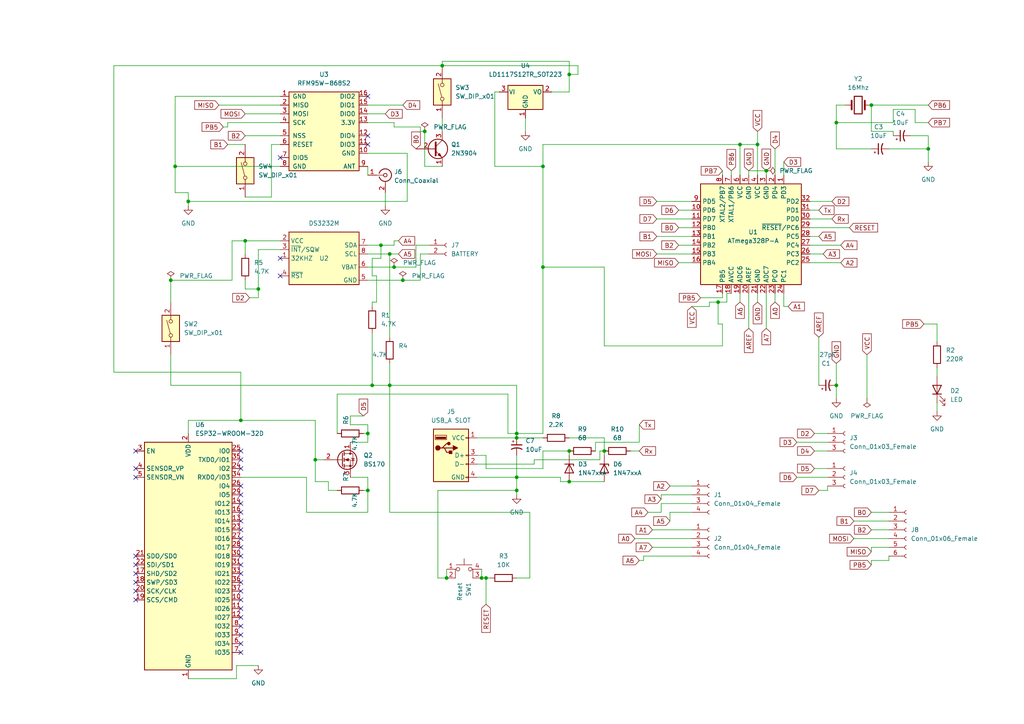
<source format=kicad_sch>
(kicad_sch (version 20211123) (generator eeschema)
  (paper "A4")
  (lib_symbols
    (symbol "Connector:Conn_01x02_Female" (pin_names (offset 1.016) hide)
      (property "Reference" "J" (at 0 2.54 0))
      (property "Value" "Conn_01x02_Female" (at 0 -5.08 0))
      (symbol "Conn_01x02_Female_1_1"
        (pin passive line (at -5.08 0 0) (length 3.81) (name "Pin_1") (number "1"))
        (pin passive line (at -5.08 -2.54 0) (length 3.81) (name "Pin_2") (number "2"))
      )
    )
    (symbol "Connector:Conn_01x03_Female" (pin_names (offset 1.016) hide)
      (property "Reference" "J" (at 0 5.08 0))
      (property "Value" "Conn_01x03_Female" (at 0 -5.08 0))
      (symbol "Conn_01x03_Female_1_1"
        (pin passive line (at -5.08 2.54 0) (length 3.81) (name "Pin_1") (number "1"))
        (pin passive line (at -5.08 0 0) (length 3.81) (name "Pin_2") (number "2"))
        (pin passive line (at -5.08 -2.54 0) (length 3.81) (name "Pin_3") (number "3"))
      )
    )
    (symbol "Connector:Conn_01x04_Female" (pin_names (offset 1.016) hide)
      (property "Reference" "J" (at 0 5.08 0))
      (property "Value" "Conn_01x04_Female" (at 0 -7.62 0))
      (symbol "Conn_01x04_Female_1_1"
        (pin passive line (at -5.08 2.54 0) (length 3.81) (name "Pin_1") (number "1"))
        (pin passive line (at -5.08 0 0) (length 3.81) (name "Pin_2") (number "2"))
        (pin passive line (at -5.08 -2.54 0) (length 3.81) (name "Pin_3") (number "3"))
        (pin passive line (at -5.08 -5.08 0) (length 3.81) (name "Pin_4") (number "4"))
      )
    )
    (symbol "Connector:Conn_01x06_Female" (pin_names (offset 1.016) hide)
      (property "Reference" "J" (at 0 7.62 0))
      (property "Value" "Conn_01x06_Female" (at 0 -10.16 0))
      (symbol "Conn_01x06_Female_1_1"
        (pin passive line (at -5.08 5.08 0) (length 3.81) (name "Pin_1") (number "1"))
        (pin passive line (at -5.08 2.54 0) (length 3.81) (name "Pin_2") (number "2"))
        (pin passive line (at -5.08 0 0) (length 3.81) (name "Pin_3") (number "3"))
        (pin passive line (at -5.08 -2.54 0) (length 3.81) (name "Pin_4") (number "4"))
        (pin passive line (at -5.08 -5.08 0) (length 3.81) (name "Pin_5") (number "5"))
        (pin passive line (at -5.08 -7.62 0) (length 3.81) (name "Pin_6") (number "6"))
      )
    )
    (symbol "Connector:Conn_Coaxial" (pin_names (offset 1.016) hide)
      (property "Reference" "J" (at 0.254 3.048 0))
      (property "Value" "Conn_Coaxial" (at 2.921 0 90))
      (symbol "Conn_Coaxial_1_1"
        (pin passive line (at -5.08 0 0) (length 2.54) (name "In") (number "1"))
        (pin passive line (at 0 -5.08 90) (length 2.54) (name "Ext") (number "2"))
      )
    )
    (symbol "Device:C_Polarized_Small_US" (pin_numbers hide) (pin_names (offset 0.254) hide)
      (property "Reference" "C" (at 0.254 1.778 0))
      (property "Value" "C_Polarized_Small_US" (at 0.254 -2.032 0))
      (symbol "C_Polarized_Small_US_1_1"
        (pin passive line (at 0 2.54 270) (length 2.032) (name "~") (number "1"))
        (pin passive line (at 0 -2.54 90) (length 2.032) (name "~") (number "2"))
      )
    )
    (symbol "Device:Crystal" (pin_numbers hide) (pin_names (offset 1.016) hide)
      (property "Reference" "Y" (at 0 3.81 0))
      (property "Value" "Crystal" (at 0 -3.81 0))
      (symbol "Crystal_1_1"
        (pin passive line (at -3.81 0 0) (length 1.27) (name "1") (number "1"))
        (pin passive line (at 3.81 0 180) (length 1.27) (name "2") (number "2"))
      )
    )
    (symbol "Device:LED" (pin_numbers hide) (pin_names (offset 1.016) hide)
      (property "Reference" "D" (at 0 2.54 0))
      (property "Value" "LED" (at 0 -2.54 0))
      (symbol "LED_1_1"
        (pin passive line (at -3.81 0 0) (length 2.54) (name "K") (number "1"))
        (pin passive line (at 3.81 0 180) (length 2.54) (name "A") (number "2"))
      )
    )
    (symbol "Device:R" (pin_numbers hide) (pin_names (offset 0))
      (property "Reference" "R" (at 2.032 0 90))
      (property "Value" "R" (at 0 0 90))
      (symbol "R_1_1"
        (pin passive line (at 0 3.81 270) (length 1.27) (name "~") (number "1"))
        (pin passive line (at 0 -3.81 90) (length 1.27) (name "~") (number "2"))
      )
    )
    (symbol "Diode:1N47xxA" (pin_numbers hide) (pin_names hide)
      (property "Reference" "D" (at 0 2.54 0))
      (property "Value" "1N47xxA" (at 0 -2.54 0))
      (symbol "1N47xxA_1_1"
        (pin passive line (at -3.81 0 0) (length 2.54) (name "K") (number "1"))
        (pin passive line (at 3.81 0 180) (length 2.54) (name "A") (number "2"))
      )
    )
    (symbol "MCU_Microchip_ATmega:ATmega328P-A"
      (property "Reference" "U" (at -12.7 36.83 0))
      (property "Value" "ATmega328P-A" (at 2.54 -36.83 0))
      (symbol "ATmega328P-A_1_1"
        (pin bidirectional line (at 5.08 -3.81 270) (length 2.54) (name "PD3") (number "1"))
        (pin bidirectional line (at -21.59 -13.97 0) (length 2.54) (name "PD6") (number "10"))
        (pin bidirectional line (at -21.59 -16.51 0) (length 2.54) (name "PD7") (number "11"))
        (pin bidirectional line (at -21.59 -19.05 0) (length 2.54) (name "PB0") (number "12"))
        (pin bidirectional line (at -21.59 -21.59 0) (length 2.54) (name "PB1") (number "13"))
        (pin bidirectional line (at -21.59 -24.13 0) (length 2.54) (name "PB2") (number "14"))
        (pin bidirectional line (at -21.59 -26.67 0) (length 2.54) (name "PB3") (number "15"))
        (pin bidirectional line (at -21.59 -29.21 0) (length 2.54) (name "PB4") (number "16"))
        (pin bidirectional line (at -12.7 -38.1 90) (length 2.54) (name "PB5") (number "17"))
        (pin power_in line (at -10.16 -38.1 90) (length 2.54) (name "AVCC") (number "18"))
        (pin input line (at -7.62 -38.1 90) (length 2.54) (name "ADC6") (number "19"))
        (pin bidirectional line (at 2.54 -3.81 270) (length 2.54) (name "PD4") (number "2"))
        (pin passive line (at -5.08 -38.1 90) (length 2.54) (name "AREF") (number "20"))
        (pin passive line (at -5.08 -3.81 270) (length 2.54) hide (name "GND") (number "21"))
        (pin power_in line (at -2.54 -38.1 90) (length 2.54) (name "GND") (number "21"))
        (pin input line (at 0 -38.1 90) (length 2.54) (name "ADC7") (number "22"))
        (pin bidirectional line (at 2.54 -38.1 90) (length 2.54) (name "PC0") (number "23"))
        (pin bidirectional line (at 5.08 -38.1 90) (length 2.54) (name "PC1") (number "24"))
        (pin bidirectional line (at 12.7 -29.21 180) (length 2.54) (name "PC2") (number "25"))
        (pin bidirectional line (at 12.7 -26.67 180) (length 2.54) (name "PC3") (number "26"))
        (pin bidirectional line (at 12.7 -24.13 180) (length 2.54) (name "PC4") (number "27"))
        (pin bidirectional line (at 12.7 -21.59 180) (length 2.54) (name "PC5") (number "28"))
        (pin bidirectional line (at 12.7 -19.05 180) (length 2.54) (name "~{RESET}/PC6") (number "29"))
        (pin power_in line (at 0 -3.81 270) (length 2.54) (name "GND") (number "3"))
        (pin bidirectional line (at 12.7 -16.51 180) (length 2.54) (name "PD0") (number "30"))
        (pin bidirectional line (at 12.7 -13.97 180) (length 2.54) (name "PD1") (number "31"))
        (pin bidirectional line (at 12.7 -11.43 180) (length 2.54) (name "PD2") (number "32"))
        (pin power_in line (at -2.54 -3.81 270) (length 2.54) (name "VCC") (number "4"))
        (pin power_in line (at -5.08 -3.81 270) (length 2.54) (name "GND") (number "5"))
        (pin passive line (at -2.54 -38.1 90) (length 2.54) hide (name "GND") (number "5"))
        (pin passive line (at -7.62 -3.81 270) (length 2.54) hide (name "VCC") (number "6"))
        (pin power_in line (at -7.62 -3.81 270) (length 2.54) (name "VCC") (number "6"))
        (pin bidirectional line (at -10.16 -3.81 270) (length 2.54) (name "XTAL1/PB6") (number "7"))
        (pin bidirectional line (at -12.7 -3.81 270) (length 2.54) (name "XTAL2/PB7") (number "8"))
        (pin bidirectional line (at -21.59 -11.43 0) (length 2.54) (name "PD5") (number "9"))
      )
    )
    (symbol "RF_Module:ESP32-WROOM-32D"
      (property "Reference" "U" (at -12.7 34.29 0))
      (property "Value" "ESP32-WROOM-32D" (at 1.27 34.29 0))
      (symbol "ESP32-WROOM-32D_1_1"
        (pin power_in line (at 0 -35.56 90) (length 2.54) (name "GND") (number "1"))
        (pin bidirectional line (at 15.24 -12.7 180) (length 2.54) (name "IO25") (number "10"))
        (pin bidirectional line (at 15.24 -15.24 180) (length 2.54) (name "IO26") (number "11"))
        (pin bidirectional line (at 15.24 -17.78 180) (length 2.54) (name "IO27") (number "12"))
        (pin bidirectional line (at 15.24 10.16 180) (length 2.54) (name "IO14") (number "13"))
        (pin bidirectional line (at 15.24 15.24 180) (length 2.54) (name "IO12") (number "14"))
        (pin passive line (at 0 -35.56 90) (length 2.54) hide (name "GND") (number "15"))
        (pin bidirectional line (at 15.24 12.7 180) (length 2.54) (name "IO13") (number "16"))
        (pin bidirectional line (at -15.24 -5.08 0) (length 2.54) (name "SHD/SD2") (number "17"))
        (pin bidirectional line (at -15.24 -7.62 0) (length 2.54) (name "SWP/SD3") (number "18"))
        (pin bidirectional line (at -15.24 -12.7 0) (length 2.54) (name "SCS/CMD") (number "19"))
        (pin power_in line (at 0 35.56 270) (length 2.54) (name "VDD") (number "2"))
        (pin bidirectional line (at -15.24 -10.16 0) (length 2.54) (name "SCK/CLK") (number "20"))
        (pin bidirectional line (at -15.24 0 0) (length 2.54) (name "SDO/SD0") (number "21"))
        (pin bidirectional line (at -15.24 -2.54 0) (length 2.54) (name "SDI/SD1") (number "22"))
        (pin bidirectional line (at 15.24 7.62 180) (length 2.54) (name "IO15") (number "23"))
        (pin bidirectional line (at 15.24 25.4 180) (length 2.54) (name "IO2") (number "24"))
        (pin bidirectional line (at 15.24 30.48 180) (length 2.54) (name "IO0") (number "25"))
        (pin bidirectional line (at 15.24 20.32 180) (length 2.54) (name "IO4") (number "26"))
        (pin bidirectional line (at 15.24 5.08 180) (length 2.54) (name "IO16") (number "27"))
        (pin bidirectional line (at 15.24 2.54 180) (length 2.54) (name "IO17") (number "28"))
        (pin bidirectional line (at 15.24 17.78 180) (length 2.54) (name "IO5") (number "29"))
        (pin input line (at -15.24 30.48 0) (length 2.54) (name "EN") (number "3"))
        (pin bidirectional line (at 15.24 0 180) (length 2.54) (name "IO18") (number "30"))
        (pin bidirectional line (at 15.24 -2.54 180) (length 2.54) (name "IO19") (number "31"))
        (pin no_connect line (at -12.7 -27.94 0) (length 2.54) hide (name "NC") (number "32"))
        (pin bidirectional line (at 15.24 -5.08 180) (length 2.54) (name "IO21") (number "33"))
        (pin bidirectional line (at 15.24 22.86 180) (length 2.54) (name "RXD0/IO3") (number "34"))
        (pin bidirectional line (at 15.24 27.94 180) (length 2.54) (name "TXD0/IO1") (number "35"))
        (pin bidirectional line (at 15.24 -7.62 180) (length 2.54) (name "IO22") (number "36"))
        (pin bidirectional line (at 15.24 -10.16 180) (length 2.54) (name "IO23") (number "37"))
        (pin passive line (at 0 -35.56 90) (length 2.54) hide (name "GND") (number "38"))
        (pin passive line (at 0 -35.56 90) (length 2.54) hide (name "GND") (number "39"))
        (pin input line (at -15.24 25.4 0) (length 2.54) (name "SENSOR_VP") (number "4"))
        (pin input line (at -15.24 22.86 0) (length 2.54) (name "SENSOR_VN") (number "5"))
        (pin input line (at 15.24 -25.4 180) (length 2.54) (name "IO34") (number "6"))
        (pin input line (at 15.24 -27.94 180) (length 2.54) (name "IO35") (number "7"))
        (pin bidirectional line (at 15.24 -20.32 180) (length 2.54) (name "IO32") (number "8"))
        (pin bidirectional line (at 15.24 -22.86 180) (length 2.54) (name "IO33") (number "9"))
      )
    )
    (symbol "RF_Module:RFM95W-868S2" (pin_names (offset 1.016))
      (property "Reference" "U" (at -10.414 11.684 0))
      (property "Value" "RFM95W-868S2" (at 1.524 11.43 0))
      (symbol "RFM95W-868S2_1_1"
        (pin power_in line (at -12.7 8.89 0) (length 2.54) (name "GND") (number "1"))
        (pin power_in line (at 12.7 -7.62 180) (length 2.54) (name "GND") (number "10"))
        (pin bidirectional line (at 12.7 -5.08 180) (length 2.54) (name "DIO3") (number "11"))
        (pin bidirectional line (at 12.7 -2.54 180) (length 2.54) (name "DIO4") (number "12"))
        (pin power_in line (at 12.7 1.27 180) (length 2.54) (name "3.3V") (number "13"))
        (pin bidirectional line (at 12.7 3.81 180) (length 2.54) (name "DIO0") (number "14"))
        (pin bidirectional line (at 12.7 6.35 180) (length 2.54) (name "DIO1") (number "15"))
        (pin bidirectional line (at 12.7 8.89 180) (length 2.54) (name "DIO2") (number "16"))
        (pin output line (at -12.7 6.35 0) (length 2.54) (name "MISO") (number "2"))
        (pin input line (at -12.7 3.81 0) (length 2.54) (name "MOSI") (number "3"))
        (pin input line (at -12.7 1.27 0) (length 2.54) (name "SCK") (number "4"))
        (pin input line (at -12.7 -2.54 0) (length 2.54) (name "NSS") (number "5"))
        (pin bidirectional line (at -12.7 -5.08 0) (length 2.54) (name "RESET") (number "6"))
        (pin bidirectional line (at -12.7 -8.89 0) (length 2.54) (name "DIO5") (number "7"))
        (pin power_in line (at -12.7 -11.43 0) (length 2.54) (name "GND") (number "8"))
        (pin bidirectional line (at 12.7 -11.43 180) (length 2.54) (name "ANT") (number "9"))
      )
    )
    (symbol "Regulator_Linear:LD1117S12TR_SOT223" (pin_names (offset 0.254))
      (property "Reference" "U" (at -3.81 3.175 0))
      (property "Value" "LD1117S12TR_SOT223" (at 0 3.175 0))
      (symbol "LD1117S12TR_SOT223_1_1"
        (pin power_in line (at 0 -7.62 90) (length 2.54) (name "GND") (number "1"))
        (pin power_out line (at 7.62 0 180) (length 2.54) (name "VO") (number "2"))
        (pin power_in line (at -7.62 0 0) (length 2.54) (name "VI") (number "3"))
      )
    )
    (symbol "Switch:SW_DIP_x01" (pin_names (offset 0) hide)
      (property "Reference" "SW" (at 0 3.81 0))
      (property "Value" "SW_DIP_x01" (at 0 -3.81 0))
      (symbol "SW_DIP_x01_1_1"
        (pin passive line (at -7.62 0 0) (length 5.08) (name "~") (number "1"))
        (pin passive line (at 7.62 0 180) (length 5.08) (name "~") (number "2"))
      )
    )
    (symbol "Switch:SW_MEC_5E" (pin_names (offset 1.016) hide)
      (property "Reference" "SW" (at 0.635 5.715 0))
      (property "Value" "SW_MEC_5E" (at 0 -3.175 0))
      (symbol "SW_MEC_5E_0_1"
        (pin passive line (at -5.08 2.54 0) (length 2.54) (name "1") (number "1"))
        (pin passive line (at -5.08 0 0) (length 2.54) (name "2") (number "2"))
        (pin passive line (at 5.08 0 180) (length 2.54) (name "K") (number "3"))
        (pin passive line (at 5.08 2.54 180) (length 2.54) (name "A") (number "4"))
      )
    )
    (symbol "Timer_RTC:DS3232M"
      (property "Reference" "U" (at -7.62 8.89 0))
      (property "Value" "DS3232M" (at 10.16 8.89 0))
      (symbol "DS3232M_1_1"
        (pin output line (at -12.7 0 0) (length 2.54) (name "32KHZ") (number "1"))
        (pin power_in line (at -12.7 5.08 0) (length 2.54) (name "VCC") (number "2"))
        (pin open_collector line (at -12.7 2.54 0) (length 2.54) (name "~{INT}/SQW") (number "3"))
        (pin bidirectional line (at -12.7 -5.08 0) (length 2.54) (name "~{RST}") (number "4"))
        (pin power_in line (at 12.7 -6.35 180) (length 2.54) (name "GND") (number "5"))
        (pin power_in line (at 12.7 -2.54 180) (length 2.54) (name "VBAT") (number "6"))
        (pin bidirectional line (at 12.7 3.81 180) (length 2.54) (name "SDA") (number "7"))
        (pin input line (at 12.7 1.27 180) (length 2.54) (name "SCL") (number "8"))
      )
    )
    (symbol "Transistor_BJT:2N3904" (pin_names (offset 0) hide)
      (property "Reference" "Q" (at 5.08 1.905 0))
      (property "Value" "2N3904" (at 5.08 0 0))
      (symbol "2N3904_1_1"
        (pin passive line (at 2.54 -5.08 90) (length 2.54) (name "E") (number "1"))
        (pin passive line (at -5.08 0 0) (length 5.715) (name "B") (number "2"))
        (pin passive line (at 2.54 5.08 270) (length 2.54) (name "C") (number "3"))
      )
    )
    (symbol "Transistor_FET:BS170" (pin_names hide)
      (property "Reference" "Q" (at 5.08 1.905 0))
      (property "Value" "BS170" (at 5.08 0 0))
      (symbol "BS170_1_1"
        (pin passive line (at 2.54 5.08 270) (length 2.54) (name "D") (number "1"))
        (pin input line (at -5.08 0 0) (length 2.54) (name "G") (number "2"))
        (pin passive line (at 2.54 -5.08 90) (length 2.54) (name "S") (number "3"))
      )
    )
    (symbol "USB_A(new)_1" (pin_names (offset 1.016))
      (property "Reference" "J" (at -5.08 11.43 0))
      (property "Value" "USB_A(new)_1" (at -5.08 8.89 0))
      (symbol "USB_A(new)_1_1_1"
        (pin power_in line (at 7.62 5.08 180) (length 2.54) (name "VCC") (number "1"))
        (pin bidirectional line (at 7.62 -2.54 180) (length 2.54) (name "D-") (number "2"))
        (pin bidirectional line (at 7.62 0 180) (length 2.54) (name "D+") (number "3"))
        (pin power_in line (at 7.62 -6.35 180) (length 2.54) (name "GND") (number "4"))
      )
    )
    (symbol "power:GND" (power) (pin_names (offset 0))
      (property "Value" "GND" (at 0 -3.81 0))
      (symbol "GND_1_1"
        (pin power_in line (at 0 0 270) (length 0) hide (name "GND") (number "1"))
      )
    )
    (symbol "power:PWR_FLAG" (power) (pin_numbers hide) (pin_names (offset 0) hide)
      (property "Value" "PWR_FLAG" (at 0 3.81 0))
      (symbol "PWR_FLAG_0_0"
        (pin power_out line (at 0 0 90) (length 0) (name "pwr") (number "1"))
      )
    )
  )
  (junction (at 157.48 48.26))
  (junction (at 269.24 43.18))
  (junction (at 149.86 138.43))
  (junction (at 157.48 77.47))
  (junction (at 106.68 142.24))
  (junction (at 165.1 21.59))
  (junction (at 242.57 35.56))
  (junction (at 149.86 142.24))
  (junction (at 165.1 139.7))
  (junction (at 106.68 125.73))
  (junction (at 242.57 111.76))
  (junction (at 149.86 125.73))
  (junction (at 165.1 130.81))
  (junction (at 110.49 71.12))
  (junction (at 123.19 38.1))
  (junction (at 91.44 133.35))
  (junction (at 219.71 41.91))
  (junction (at 128.27 19.05))
  (junction (at 54.61 58.42))
  (junction (at 107.95 111.76))
  (junction (at 149.86 127))
  (junction (at 222.25 49.53))
  (junction (at 129.54 167.64))
  (junction (at 252.73 30.48))
  (junction (at 214.63 41.91))
  (junction (at 49.53 81.28))
  (junction (at 113.03 73.66))
  (junction (at 139.7 167.64))
  (junction (at 50.8 48.26))
  (junction (at 114.3 77.47))
  (junction (at 140.97 167.64))
  (junction (at 175.26 130.81))
  (junction (at 116.84 81.28))
  (junction (at 113.03 111.76))
  (junction (at 74.93 83.82))
  (junction (at 208.28 87.63))
  (junction (at 71.12 69.85))
  (junction (at 69.85 121.92))
  (no_connect (at 81.28 80.01))
  (no_connect (at 81.28 74.93))
  (no_connect (at 69.85 171.45))
  (no_connect (at 69.85 168.91))
  (no_connect (at 69.85 173.99))
  (no_connect (at 69.85 176.53))
  (no_connect (at 39.37 138.43))
  (no_connect (at 39.37 135.89))
  (no_connect (at 39.37 130.81))
  (no_connect (at 39.37 168.91))
  (no_connect (at 39.37 171.45))
  (no_connect (at 39.37 161.29))
  (no_connect (at 39.37 163.83))
  (no_connect (at 39.37 166.37))
  (no_connect (at 39.37 173.99))
  (no_connect (at 69.85 143.51))
  (no_connect (at 69.85 135.89))
  (no_connect (at 69.85 133.35))
  (no_connect (at 69.85 130.81))
  (no_connect (at 69.85 140.97))
  (no_connect (at 69.85 146.05))
  (no_connect (at 69.85 153.67))
  (no_connect (at 69.85 156.21))
  (no_connect (at 69.85 151.13))
  (no_connect (at 69.85 148.59))
  (no_connect (at 69.85 179.07))
  (no_connect (at 69.85 181.61))
  (no_connect (at 69.85 186.69))
  (no_connect (at 69.85 184.15))
  (no_connect (at 69.85 189.23))
  (no_connect (at 69.85 161.29))
  (no_connect (at 69.85 163.83))
  (no_connect (at 69.85 166.37))
  (no_connect (at 69.85 158.75))
  (no_connect (at 81.28 45.72))
  (no_connect (at 106.68 39.37))
  (no_connect (at 106.68 41.91))
  (no_connect (at 106.68 27.94))
  (wire (pts (xy 149.86 138.43) (xy 149.86 142.24)))
  (wire (pts (xy 153.67 167.64) (xy 149.86 167.64)))
  (wire (pts (xy 219.71 41.91) (xy 219.71 50.8)))
  (wire (pts (xy 172.72 130.81) (xy 172.72 128.27)))
  (wire (pts (xy 88.9 138.43) (xy 88.9 148.59)))
  (wire (pts (xy 242.57 30.48) (xy 242.57 35.56)))
  (wire (pts (xy 200.66 146.05) (xy 191.77 146.05)))
  (wire (pts (xy 121.92 81.28) (xy 121.92 73.66)))
  (wire (pts (xy 162.56 139.7) (xy 165.1 139.7)))
  (wire (pts (xy 173.99 130.81) (xy 173.99 133.35)))
  (wire (pts (xy 33.02 19.05) (xy 33.02 107.95)))
  (wire (pts (xy 245.11 30.48) (xy 242.57 30.48)))
  (wire (pts (xy 101.6 138.43) (xy 106.68 138.43)))
  (wire (pts (xy 209.55 49.53) (xy 209.55 50.8)))
  (wire (pts (xy 66.04 41.91) (xy 71.12 41.91)))
  (wire (pts (xy 106.68 30.48) (xy 116.84 30.48)))
  (wire (pts (xy 165.1 21.59) (xy 167.64 21.59)))
  (wire (pts (xy 186.69 162.56) (xy 185.42 162.56)))
  (wire (pts (xy 68.58 196.85) (xy 54.61 196.85)))
  (wire (pts (xy 123.19 38.1) (xy 123.19 48.26)))
  (wire (pts (xy 81.28 69.85) (xy 71.12 69.85)))
  (wire (pts (xy 252.73 153.67) (xy 257.81 153.67)))
  (wire (pts (xy 71.12 33.02) (xy 81.28 33.02)))
  (wire (pts (xy 140.97 135.89) (xy 157.48 135.89)))
  (wire (pts (xy 114.3 69.85) (xy 115.57 69.85)))
  (wire (pts (xy 67.31 69.85) (xy 67.31 81.28)))
  (wire (pts (xy 114.3 77.47) (xy 120.65 77.47)))
  (wire (pts (xy 114.3 35.56) (xy 114.3 36.83)))
  (wire (pts (xy 259.08 35.56) (xy 259.08 31.75)))
  (wire (pts (xy 185.42 123.19) (xy 185.42 128.27)))
  (wire (pts (xy 71.12 57.15) (xy 78.74 57.15)))
  (wire (pts (xy 120.65 77.47) (xy 120.65 71.12)))
  (wire (pts (xy 231.14 128.27) (xy 240.03 128.27)))
  (wire (pts (xy 66.04 35.56) (xy 66.04 36.83)))
  (wire (pts (xy 110.49 74.93) (xy 110.49 71.12)))
  (wire (pts (xy 106.68 71.12) (xy 110.49 71.12)))
  (wire (pts (xy 251.46 102.87) (xy 251.46 115.57)))
  (wire (pts (xy 127 142.24) (xy 127 167.64)))
  (wire (pts (xy 200.66 88.9) (xy 205.74 88.9)))
  (wire (pts (xy 160.02 26.67) (xy 165.1 26.67)))
  (wire (pts (xy 138.43 134.62) (xy 154.94 134.62)))
  (wire (pts (xy 252.73 158.75) (xy 257.81 158.75)))
  (wire (pts (xy 113.03 105.41) (xy 113.03 111.76)))
  (wire (pts (xy 182.88 130.81) (xy 185.42 130.81)))
  (wire (pts (xy 172.72 128.27) (xy 185.42 128.27)))
  (wire (pts (xy 252.73 30.48) (xy 252.73 38.1)))
  (wire (pts (xy 149.86 125.73) (xy 149.86 127)))
  (wire (pts (xy 78.74 41.91) (xy 81.28 41.91)))
  (wire (pts (xy 139.7 165.1) (xy 139.7 167.64)))
  (wire (pts (xy 252.73 160.02) (xy 252.73 158.75)))
  (wire (pts (xy 143.51 26.67) (xy 144.78 26.67)))
  (wire (pts (xy 200.66 148.59) (xy 194.31 148.59)))
  (wire (pts (xy 107.95 74.93) (xy 110.49 74.93)))
  (wire (pts (xy 149.86 142.24) (xy 149.86 143.51)))
  (wire (pts (xy 138.43 127) (xy 149.86 127)))
  (wire (pts (xy 149.86 132.08) (xy 149.86 138.43)))
  (wire (pts (xy 111.76 55.88) (xy 111.76 59.69)))
  (wire (pts (xy 106.68 128.27) (xy 106.68 125.73)))
  (wire (pts (xy 68.58 193.04) (xy 74.93 193.04)))
  (wire (pts (xy 74.93 72.39) (xy 81.28 72.39)))
  (wire (pts (xy 208.28 87.63) (xy 208.28 93.98)))
  (wire (pts (xy 186.69 161.29) (xy 186.69 162.56)))
  (wire (pts (xy 54.61 121.92) (xy 69.85 121.92)))
  (wire (pts (xy 107.95 87.63) (xy 107.95 88.9)))
  (wire (pts (xy 113.03 111.76) (xy 149.86 111.76)))
  (wire (pts (xy 196.85 76.2) (xy 200.66 76.2)))
  (wire (pts (xy 175.26 127) (xy 175.26 130.81)))
  (wire (pts (xy 219.71 38.1) (xy 219.71 41.91)))
  (wire (pts (xy 210.82 85.09) (xy 212.09 85.09)))
  (wire (pts (xy 165.1 21.59) (xy 165.1 26.67)))
  (wire (pts (xy 113.03 111.76) (xy 113.03 148.59)))
  (wire (pts (xy 149.86 127) (xy 157.48 127)))
  (wire (pts (xy 149.86 111.76) (xy 149.86 125.73)))
  (wire (pts (xy 71.12 81.28) (xy 71.12 83.82)))
  (wire (pts (xy 71.12 69.85) (xy 71.12 73.66)))
  (wire (pts (xy 106.68 73.66) (xy 113.03 73.66)))
  (wire (pts (xy 157.48 77.47) (xy 175.26 77.47)))
  (wire (pts (xy 252.73 30.48) (xy 269.24 30.48)))
  (wire (pts (xy 252.73 38.1) (xy 259.08 38.1)))
  (wire (pts (xy 129.54 165.1) (xy 129.54 167.64)))
  (wire (pts (xy 175.26 77.47) (xy 175.26 100.33)))
  (wire (pts (xy 269.24 43.18) (xy 269.24 46.99)))
  (wire (pts (xy 54.61 58.42) (xy 118.11 58.42)))
  (wire (pts (xy 271.78 99.06) (xy 271.78 93.98)))
  (wire (pts (xy 264.16 39.37) (xy 269.24 39.37)))
  (wire (pts (xy 203.2 86.36) (xy 209.55 86.36)))
  (wire (pts (xy 205.74 88.9) (xy 205.74 87.63)))
  (wire (pts (xy 49.53 111.76) (xy 107.95 111.76)))
  (wire (pts (xy 157.48 130.81) (xy 165.1 130.81)))
  (wire (pts (xy 128.27 19.05) (xy 33.02 19.05)))
  (wire (pts (xy 194.31 148.59) (xy 194.31 151.13)))
  (wire (pts (xy 227.33 85.09) (xy 227.33 88.9)))
  (wire (pts (xy 175.26 100.33) (xy 209.55 100.33)))
  (wire (pts (xy 74.93 83.82) (xy 74.93 72.39)))
  (wire (pts (xy 209.55 100.33) (xy 209.55 93.98)))
  (wire (pts (xy 54.61 55.88) (xy 54.61 58.42)))
  (wire (pts (xy 157.48 135.89) (xy 157.48 130.81)))
  (wire (pts (xy 224.79 43.18) (xy 224.79 50.8)))
  (wire (pts (xy 71.12 39.37) (xy 81.28 39.37)))
  (wire (pts (xy 196.85 71.12) (xy 200.66 71.12)))
  (wire (pts (xy 101.6 123.19) (xy 106.68 123.19)))
  (wire (pts (xy 252.73 148.59) (xy 257.81 148.59)))
  (wire (pts (xy 190.5 63.5) (xy 200.66 63.5)))
  (wire (pts (xy 189.23 153.67) (xy 200.66 153.67)))
  (wire (pts (xy 237.49 97.79) (xy 237.49 111.76)))
  (wire (pts (xy 114.3 71.12) (xy 114.3 69.85)))
  (wire (pts (xy 107.95 96.52) (xy 107.95 111.76)))
  (wire (pts (xy 113.03 148.59) (xy 153.67 148.59)))
  (wire (pts (xy 50.8 27.94) (xy 50.8 48.26)))
  (wire (pts (xy 167.64 19.05) (xy 128.27 19.05)))
  (wire (pts (xy 190.5 73.66) (xy 200.66 73.66)))
  (wire (pts (xy 69.85 138.43) (xy 88.9 138.43)))
  (wire (pts (xy 191.77 148.59) (xy 187.96 148.59)))
  (wire (pts (xy 219.71 85.09) (xy 219.71 87.63)))
  (wire (pts (xy 106.68 138.43) (xy 106.68 142.24)))
  (wire (pts (xy 107.95 80.01) (xy 107.95 74.93)))
  (wire (pts (xy 106.68 148.59) (xy 106.68 142.24)))
  (wire (pts (xy 165.1 127) (xy 175.26 127)))
  (wire (pts (xy 214.63 41.91) (xy 219.71 41.91)))
  (wire (pts (xy 78.74 57.15) (xy 78.74 41.91)))
  (wire (pts (xy 236.22 125.73) (xy 240.03 125.73)))
  (wire (pts (xy 121.92 73.66) (xy 124.46 73.66)))
  (wire (pts (xy 157.48 77.47) (xy 157.48 48.26)))
  (wire (pts (xy 107.95 80.01) (xy 109.22 80.01)))
  (wire (pts (xy 242.57 35.56) (xy 242.57 43.18)))
  (wire (pts (xy 116.84 81.28) (xy 121.92 81.28)))
  (wire (pts (xy 101.6 120.65) (xy 101.6 123.19)))
  (wire (pts (xy 212.09 49.53) (xy 212.09 50.8)))
  (wire (pts (xy 234.95 60.96) (xy 237.49 60.96)))
  (wire (pts (xy 157.48 41.91) (xy 214.63 41.91)))
  (wire (pts (xy 109.22 80.01) (xy 109.22 87.63)))
  (wire (pts (xy 91.44 133.35) (xy 93.98 133.35)))
  (wire (pts (xy 271.78 106.68) (xy 271.78 109.22)))
  (wire (pts (xy 33.02 107.95) (xy 69.85 107.95)))
  (wire (pts (xy 107.95 111.76) (xy 113.03 111.76)))
  (wire (pts (xy 64.77 36.83) (xy 66.04 36.83)))
  (wire (pts (xy 91.44 121.92) (xy 91.44 133.35)))
  (wire (pts (xy 81.28 35.56) (xy 66.04 35.56)))
  (wire (pts (xy 252.73 162.56) (xy 257.81 162.56)))
  (wire (pts (xy 242.57 43.18) (xy 252.73 43.18)))
  (wire (pts (xy 217.17 85.09) (xy 217.17 95.25)))
  (wire (pts (xy 97.79 114.3) (xy 147.32 114.3)))
  (wire (pts (xy 50.8 27.94) (xy 81.28 27.94)))
  (wire (pts (xy 121.92 36.83) (xy 121.92 38.1)))
  (wire (pts (xy 247.65 156.21) (xy 257.81 156.21)))
  (wire (pts (xy 252.73 163.83) (xy 252.73 162.56)))
  (wire (pts (xy 50.8 48.26) (xy 50.8 55.88)))
  (wire (pts (xy 128.27 19.05) (xy 128.27 17.78)))
  (wire (pts (xy 217.17 49.53) (xy 217.17 50.8)))
  (wire (pts (xy 191.77 146.05) (xy 191.77 148.59)))
  (wire (pts (xy 123.19 48.26) (xy 128.27 48.26)))
  (wire (pts (xy 196.85 66.04) (xy 200.66 66.04)))
  (wire (pts (xy 149.86 125.73) (xy 157.48 125.73)))
  (wire (pts (xy 167.64 21.59) (xy 167.64 19.05)))
  (wire (pts (xy 222.25 85.09) (xy 222.25 95.25)))
  (wire (pts (xy 143.51 26.67) (xy 143.51 48.26)))
  (wire (pts (xy 222.25 49.53) (xy 222.25 50.8)))
  (wire (pts (xy 50.8 48.26) (xy 81.28 48.26)))
  (wire (pts (xy 234.95 58.42) (xy 241.3 58.42)))
  (wire (pts (xy 217.17 49.53) (xy 222.25 49.53)))
  (wire (pts (xy 74.93 86.36) (xy 74.93 83.82)))
  (wire (pts (xy 190.5 68.58) (xy 200.66 68.58)))
  (wire (pts (xy 91.44 139.7) (xy 95.25 139.7)))
  (wire (pts (xy 69.85 121.92) (xy 91.44 121.92)))
  (wire (pts (xy 50.8 55.88) (xy 54.61 55.88)))
  (wire (pts (xy 224.79 85.09) (xy 224.79 87.63)))
  (wire (pts (xy 247.65 151.13) (xy 257.81 151.13)))
  (wire (pts (xy 242.57 111.76) (xy 242.57 115.57)))
  (wire (pts (xy 54.61 58.42) (xy 54.61 59.69)))
  (wire (pts (xy 157.48 48.26) (xy 157.48 41.91)))
  (wire (pts (xy 147.32 125.73) (xy 149.86 125.73)))
  (wire (pts (xy 71.12 83.82) (xy 74.93 83.82)))
  (wire (pts (xy 106.68 33.02) (xy 111.76 33.02)))
  (wire (pts (xy 236.22 130.81) (xy 240.03 130.81)))
  (wire (pts (xy 267.97 93.98) (xy 271.78 93.98)))
  (wire (pts (xy 209.55 86.36) (xy 209.55 85.09)))
  (wire (pts (xy 165.1 130.81) (xy 165.1 132.08)))
  (wire (pts (xy 200.66 161.29) (xy 186.69 161.29)))
  (wire (pts (xy 54.61 125.73) (xy 54.61 121.92)))
  (wire (pts (xy 265.43 35.56) (xy 269.24 35.56)))
  (wire (pts (xy 139.7 167.64) (xy 140.97 167.64)))
  (wire (pts (xy 106.68 125.73) (xy 106.68 123.19)))
  (wire (pts (xy 210.82 87.63) (xy 210.82 85.09)))
  (wire (pts (xy 165.1 17.78) (xy 165.1 21.59)))
  (wire (pts (xy 68.58 193.04) (xy 68.58 196.85)))
  (wire (pts (xy 95.25 139.7) (xy 95.25 142.24)))
  (wire (pts (xy 200.66 143.51) (xy 191.77 143.51)))
  (wire (pts (xy 240.03 140.97) (xy 240.03 142.24)))
  (wire (pts (xy 269.24 39.37) (xy 269.24 43.18)))
  (wire (pts (xy 242.57 105.41) (xy 242.57 111.76)))
  (wire (pts (xy 227.33 88.9) (xy 228.6 88.9)))
  (wire (pts (xy 149.86 142.24) (xy 127 142.24)))
  (wire (pts (xy 189.23 158.75) (xy 200.66 158.75)))
  (wire (pts (xy 106.68 35.56) (xy 114.3 35.56)))
  (wire (pts (xy 194.31 140.97) (xy 200.66 140.97)))
  (wire (pts (xy 101.6 120.65) (xy 105.41 120.65)))
  (wire (pts (xy 140.97 167.64) (xy 140.97 175.26)))
  (wire (pts (xy 234.95 73.66) (xy 238.76 73.66)))
  (wire (pts (xy 106.68 48.26) (xy 106.68 50.8)))
  (wire (pts (xy 140.97 167.64) (xy 142.24 167.64)))
  (wire (pts (xy 138.43 138.43) (xy 149.86 138.43)))
  (wire (pts (xy 208.28 93.98) (xy 209.55 93.98)))
  (wire (pts (xy 121.92 38.1) (xy 123.19 38.1)))
  (wire (pts (xy 237.49 142.24) (xy 240.03 142.24)))
  (wire (pts (xy 149.86 138.43) (xy 162.56 138.43)))
  (wire (pts (xy 97.79 125.73) (xy 97.79 114.3)))
  (wire (pts (xy 265.43 31.75) (xy 265.43 35.56)))
  (wire (pts (xy 259.08 38.1) (xy 259.08 39.37)))
  (wire (pts (xy 259.08 31.75) (xy 265.43 31.75)))
  (wire (pts (xy 257.81 162.56) (xy 257.81 161.29)))
  (wire (pts (xy 234.95 71.12) (xy 243.84 71.12)))
  (wire (pts (xy 128.27 38.1) (xy 128.27 34.29)))
  (wire (pts (xy 191.77 143.51) (xy 191.77 144.78)))
  (wire (pts (xy 190.5 58.42) (xy 200.66 58.42)))
  (wire (pts (xy 271.78 116.84) (xy 271.78 119.38)))
  (wire (pts (xy 152.4 34.29) (xy 152.4 38.1)))
  (wire (pts (xy 128.27 17.78) (xy 165.1 17.78)))
  (wire (pts (xy 205.74 87.63) (xy 208.28 87.63)))
  (wire (pts (xy 208.28 87.63) (xy 210.82 87.63)))
  (wire (pts (xy 106.68 77.47) (xy 114.3 77.47)))
  (wire (pts (xy 231.14 138.43) (xy 240.03 138.43)))
  (wire (pts (xy 120.65 71.12) (xy 124.46 71.12)))
  (wire (pts (xy 49.53 87.63) (xy 49.53 81.28)))
  (wire (pts (xy 91.44 133.35) (xy 91.44 139.7)))
  (wire (pts (xy 138.43 132.08) (xy 140.97 132.08)))
  (wire (pts (xy 106.68 44.45) (xy 118.11 44.45)))
  (wire (pts (xy 184.15 156.21) (xy 200.66 156.21)))
  (wire (pts (xy 113.03 73.66) (xy 113.03 97.79)))
  (wire (pts (xy 88.9 148.59) (xy 106.68 148.59)))
  (wire (pts (xy 173.99 133.35) (xy 154.94 133.35)))
  (wire (pts (xy 242.57 35.56) (xy 259.08 35.56)))
  (wire (pts (xy 234.95 63.5) (xy 241.3 63.5)))
  (wire (pts (xy 234.95 68.58) (xy 237.49 68.58)))
  (wire (pts (xy 143.51 48.26) (xy 157.48 48.26)))
  (wire (pts (xy 49.53 102.87) (xy 49.53 111.76)))
  (wire (pts (xy 153.67 148.59) (xy 153.67 167.64)))
  (wire (pts (xy 147.32 114.3) (xy 147.32 125.73)))
  (wire (pts (xy 105.41 142.24) (xy 106.68 142.24)))
  (wire (pts (xy 95.25 142.24) (xy 97.79 142.24)))
  (wire (pts (xy 154.94 133.35) (xy 154.94 134.62)))
  (wire (pts (xy 49.53 81.28) (xy 67.31 81.28)))
  (wire (pts (xy 214.63 85.09) (xy 214.63 87.63)))
  (wire (pts (xy 109.22 87.63) (xy 107.95 87.63)))
  (wire (pts (xy 234.95 76.2) (xy 243.84 76.2)))
  (wire (pts (xy 69.85 107.95) (xy 69.85 121.92)))
  (wire (pts (xy 118.11 44.45) (xy 118.11 58.42)))
  (wire (pts (xy 162.56 138.43) (xy 162.56 139.7)))
  (wire (pts (xy 105.41 125.73) (xy 106.68 125.73)))
  (wire (pts (xy 236.22 135.89) (xy 240.03 135.89)))
  (wire (pts (xy 114.3 36.83) (xy 121.92 36.83)))
  (wire (pts (xy 127 167.64) (xy 129.54 167.64)))
  (wire (pts (xy 72.39 86.36) (xy 74.93 86.36)))
  (wire (pts (xy 214.63 41.91) (xy 214.63 50.8)))
  (wire (pts (xy 110.49 71.12) (xy 114.3 71.12)))
  (wire (pts (xy 175.26 130.81) (xy 173.99 130.81)))
  (wire (pts (xy 227.33 46.99) (xy 227.33 50.8)))
  (wire (pts (xy 175.26 130.81) (xy 175.26 132.08)))
  (wire (pts (xy 257.81 43.18) (xy 269.24 43.18)))
  (wire (pts (xy 63.5 30.48) (xy 81.28 30.48)))
  (wire (pts (xy 113.03 73.66) (xy 115.57 73.66)))
  (wire (pts (xy 140.97 132.08) (xy 140.97 135.89)))
  (wire (pts (xy 157.48 77.47) (xy 157.48 125.73)))
  (wire (pts (xy 101.6 128.27) (xy 106.68 128.27)))
  (wire (pts (xy 196.85 60.96) (xy 200.66 60.96)))
  (wire (pts (xy 234.95 66.04) (xy 246.38 66.04)))
  (wire (pts (xy 165.1 139.7) (xy 175.26 139.7)))
  (wire (pts (xy 106.68 81.28) (xy 116.84 81.28)))
  (wire (pts (xy 71.12 69.85) (xy 67.31 69.85)))
  (global_label "D2" (shape input) (at 72.39 86.36 180) (property "Intersheet References" "${INTERSHEET_REFS}" (effects hide)))
  (global_label "B0" (shape input) (at 120.65 43.18 90) (property "Intersheet References" "${INTERSHEET_REFS}" (effects hide)))
  (global_label "B0" (shape input) (at 252.73 148.59 180) (property "Intersheet References" "${INTERSHEET_REFS}" (effects hide)))
  (global_label "A6" (shape input) (at 214.63 87.63 270) (property "Intersheet References" "${INTERSHEET_REFS}" (effects hide)))
  (global_label "PB5" (shape input) (at 252.73 163.83 180) (property "Intersheet References" "${INTERSHEET_REFS}" (effects hide)))
  (global_label "PB5" (shape input) (at 267.97 93.98 180) (property "Intersheet References" "${INTERSHEET_REFS}" (effects hide)))
  (global_label "A5" (shape input) (at 237.49 68.58 0) (property "Intersheet References" "${INTERSHEET_REFS}" (effects hide)))
  (global_label "A2" (shape input) (at 194.31 140.97 180) (property "Intersheet References" "${INTERSHEET_REFS}" (effects hide)))
  (global_label "PB6" (shape input) (at 269.24 30.48 0) (property "Intersheet References" "${INTERSHEET_REFS}" (effects hide)))
  (global_label "D5" (shape input) (at 190.5 58.42 180) (property "Intersheet References" "${INTERSHEET_REFS}" (effects hide)))
  (global_label "B1" (shape input) (at 66.04 41.91 180) (property "Intersheet References" "${INTERSHEET_REFS}" (effects hide)))
  (global_label "D4" (shape input) (at 116.84 30.48 0) (property "Intersheet References" "${INTERSHEET_REFS}" (effects hide)))
  (global_label "GND" (shape input) (at 217.17 49.53 90) (property "Intersheet References" "${INTERSHEET_REFS}" (effects hide)))
  (global_label "PB5" (shape input) (at 64.77 36.83 180) (property "Intersheet References" "${INTERSHEET_REFS}" (effects hide)))
  (global_label "A4" (shape input) (at 243.84 71.12 0) (property "Intersheet References" "${INTERSHEET_REFS}" (effects hide)))
  (global_label "GND" (shape input) (at 222.25 49.53 90) (property "Intersheet References" "${INTERSHEET_REFS}" (effects hide)))
  (global_label "D3" (shape input) (at 227.33 46.99 0) (property "Intersheet References" "${INTERSHEET_REFS}" (effects hide)))
  (global_label "B2" (shape input) (at 71.12 39.37 180) (property "Intersheet References" "${INTERSHEET_REFS}" (effects hide)))
  (global_label "D4" (shape input) (at 224.79 43.18 90) (property "Intersheet References" "${INTERSHEET_REFS}" (effects hide)))
  (global_label "Rx" (shape input) (at 241.3 63.5 0) (property "Intersheet References" "${INTERSHEET_REFS}" (effects hide)))
  (global_label "MOSI" (shape input) (at 190.5 73.66 180) (property "Intersheet References" "${INTERSHEET_REFS}" (effects hide)))
  (global_label "D3" (shape input) (at 231.14 128.27 180) (property "Intersheet References" "${INTERSHEET_REFS}" (effects hide)))
  (global_label "B2" (shape input) (at 252.73 153.67 180) (property "Intersheet References" "${INTERSHEET_REFS}" (effects hide)))
  (global_label "B2" (shape input) (at 196.85 71.12 180) (property "Intersheet References" "${INTERSHEET_REFS}" (effects hide)))
  (global_label "Tx" (shape input) (at 237.49 60.96 0) (property "Intersheet References" "${INTERSHEET_REFS}" (effects hide)))
  (global_label "PB7" (shape input) (at 269.24 35.56 0) (property "Intersheet References" "${INTERSHEET_REFS}" (effects hide)))
  (global_label "A3" (shape input) (at 238.76 73.66 0) (property "Intersheet References" "${INTERSHEET_REFS}" (effects hide)))
  (global_label "B1" (shape input) (at 247.65 151.13 180) (property "Intersheet References" "${INTERSHEET_REFS}" (effects hide)))
  (global_label "MISO" (shape input) (at 196.85 76.2 180) (property "Intersheet References" "${INTERSHEET_REFS}" (effects hide)))
  (global_label "GND" (shape input) (at 219.71 87.63 270) (property "Intersheet References" "${INTERSHEET_REFS}" (effects hide)))
  (global_label "PB6" (shape input) (at 212.09 49.53 90) (property "Intersheet References" "${INTERSHEET_REFS}" (effects hide)))
  (global_label "A3" (shape input) (at 191.77 144.78 180) (property "Intersheet References" "${INTERSHEET_REFS}" (effects hide)))
  (global_label "MISO" (shape input) (at 252.73 160.02 180) (property "Intersheet References" "${INTERSHEET_REFS}" (effects hide)))
  (global_label "MISO" (shape input) (at 63.5 30.48 180) (property "Intersheet References" "${INTERSHEET_REFS}" (effects hide)))
  (global_label "D6" (shape input) (at 196.85 60.96 180) (property "Intersheet References" "${INTERSHEET_REFS}" (effects hide)))
  (global_label "VCC" (shape input) (at 200.66 88.9 270) (property "Intersheet References" "${INTERSHEET_REFS}" (effects hide)))
  (global_label "AREF" (shape input) (at 237.49 97.79 90) (property "Intersheet References" "${INTERSHEET_REFS}" (effects hide)))
  (global_label "A2" (shape input) (at 243.84 76.2 0) (property "Intersheet References" "${INTERSHEET_REFS}" (effects hide)))
  (global_label "D2" (shape input) (at 241.3 58.42 0) (property "Intersheet References" "${INTERSHEET_REFS}" (effects hide)))
  (global_label "A1" (shape input) (at 189.23 153.67 180) (property "Intersheet References" "${INTERSHEET_REFS}" (effects hide)))
  (global_label "D3" (shape input) (at 111.76 33.02 0) (property "Intersheet References" "${INTERSHEET_REFS}" (effects hide)))
  (global_label "RESET" (shape input) (at 246.38 66.04 0) (property "Intersheet References" "${INTERSHEET_REFS}" (effects hide)))
  (global_label "PB7" (shape input) (at 209.55 49.53 180) (property "Intersheet References" "${INTERSHEET_REFS}" (effects hide)))
  (global_label "A6" (shape input) (at 185.42 162.56 180) (property "Intersheet References" "${INTERSHEET_REFS}" (effects hide)))
  (global_label "GND" (shape input) (at 242.57 105.41 90) (property "Intersheet References" "${INTERSHEET_REFS}" (effects hide)))
  (global_label "VCC" (shape input) (at 251.46 102.87 90) (property "Intersheet References" "${INTERSHEET_REFS}" (effects hide)))
  (global_label "Rx" (shape input) (at 185.42 130.81 0) (property "Intersheet References" "${INTERSHEET_REFS}" (effects hide)))
  (global_label "A4" (shape input) (at 115.57 69.85 0) (property "Intersheet References" "${INTERSHEET_REFS}" (effects hide)))
  (global_label "D5" (shape input) (at 105.41 120.65 90) (property "Intersheet References" "${INTERSHEET_REFS}" (effects hide)))
  (global_label "D7" (shape input) (at 190.5 63.5 180) (property "Intersheet References" "${INTERSHEET_REFS}" (effects hide)))
  (global_label "Tx" (shape input) (at 185.42 123.19 0) (property "Intersheet References" "${INTERSHEET_REFS}" (effects hide)))
  (global_label "D4" (shape input) (at 236.22 130.81 180) (property "Intersheet References" "${INTERSHEET_REFS}" (effects hide)))
  (global_label "A1" (shape input) (at 228.6 88.9 0) (property "Intersheet References" "${INTERSHEET_REFS}" (effects hide)))
  (global_label "A5" (shape input) (at 115.57 73.66 0) (property "Intersheet References" "${INTERSHEET_REFS}" (effects hide)))
  (global_label "MOSI" (shape input) (at 247.65 156.21 180) (property "Intersheet References" "${INTERSHEET_REFS}" (effects hide)))
  (global_label "A5" (shape input) (at 194.31 151.13 180) (property "Intersheet References" "${INTERSHEET_REFS}" (effects hide)))
  (global_label "D2" (shape input) (at 236.22 125.73 180) (property "Intersheet References" "${INTERSHEET_REFS}" (effects hide)))
  (global_label "D7" (shape input) (at 237.49 142.24 180) (property "Intersheet References" "${INTERSHEET_REFS}" (effects hide)))
  (global_label "A0" (shape input) (at 224.79 87.63 270) (property "Intersheet References" "${INTERSHEET_REFS}" (effects hide)))
  (global_label "D5" (shape input) (at 236.22 135.89 180) (property "Intersheet References" "${INTERSHEET_REFS}" (effects hide)))
  (global_label "A7" (shape input) (at 222.25 95.25 270) (property "Intersheet References" "${INTERSHEET_REFS}" (effects hide)))
  (global_label "B0" (shape input) (at 196.85 66.04 180) (property "Intersheet References" "${INTERSHEET_REFS}" (effects hide)))
  (global_label "RESET" (shape input) (at 140.97 175.26 270) (property "Intersheet References" "${INTERSHEET_REFS}" (effects hide)))
  (global_label "A0" (shape input) (at 184.15 156.21 180) (property "Intersheet References" "${INTERSHEET_REFS}" (effects hide)))
  (global_label "D6" (shape input) (at 231.14 138.43 180) (property "Intersheet References" "${INTERSHEET_REFS}" (effects hide)))
  (global_label "A7" (shape input) (at 189.23 158.75 180) (property "Intersheet References" "${INTERSHEET_REFS}" (effects hide)))
  (global_label "AREF" (shape input) (at 217.17 95.25 270) (property "Intersheet References" "${INTERSHEET_REFS}" (effects hide)))
  (global_label "MOSI" (shape input) (at 71.12 33.02 180) (property "Intersheet References" "${INTERSHEET_REFS}" (effects hide)))
  (global_label "A4" (shape input) (at 187.96 148.59 180) (property "Intersheet References" "${INTERSHEET_REFS}" (effects hide)))
  (global_label "PB5" (shape input) (at 203.2 86.36 180) (property "Intersheet References" "${INTERSHEET_REFS}" (effects hide)))
  (global_label "B1" (shape input) (at 190.5 68.58 180) (property "Intersheet References" "${INTERSHEET_REFS}" (effects hide)))
  (global_label "VCC" (shape input) (at 219.71 38.1 90) (property "Intersheet References" "${INTERSHEET_REFS}" (effects hide)))
  (symbol (lib_id "Device:R") (at 179.07 130.81 270) (unit 1)
    (property "Reference" "R10" (at 179.07 124.46 90))
    (property "Value" "68" (at 179.07 127 90))
    (property "Footprint" "Resistor_THT:R_Axial_DIN0207_L6.3mm_D2.5mm_P7.62mm_Horizontal" (effects hide))
  )
  (symbol (lib_id "Device:R") (at 113.03 101.6 180) (unit 1)
    (property "Reference" "R4" (at 115.57 100.3299 0) (effects (justify right)))
    (property "Value" "4.7K" (at 107.95 102.87 0) (effects (justify right)))
    (property "Footprint" "Resistor_THT:R_Axial_DIN0207_L6.3mm_D2.5mm_P7.62mm_Horizontal" (effects hide))
  )
  (symbol (lib_id "Device:R") (at 146.05 167.64 270) (unit 1)
    (property "Reference" "R3" (at 146.05 161.29 90))
    (property "Value" "10K" (at 146.05 163.83 90))
    (property "Footprint" "Resistor_THT:R_Axial_DIN0207_L6.3mm_D2.5mm_P7.62mm_Horizontal" (effects hide))
  )
  (symbol (lib_id "Connector:Conn_01x06_Female") (at 262.89 153.67 0) (unit 1)
    (property "Reference" "J8" (at 264.16 153.6699 0) (effects (justify left)))
    (property "Value" "Conn_01x06_Female" (at 264.16 156.2099 0) (effects (justify left)))
    (property "Footprint" "Connector_Wire:SolderWire-1.5sqmm_1x06_P6mm_D1.7mm_OD3mm" (effects hide))
  )
  (symbol (lib_id "Device:C_Polarized_Small_US") (at 149.86 129.54 0) (unit 1)
    (property "Reference" "C7" (at 152.4 127.8381 0) (effects (justify left)))
    (property "Value" "10uF" (at 152.4 130.3781 0) (effects (justify left)))
    (property "Footprint" "Capacitor_THT:CP_Radial_D8.0mm_P3.80mm" (effects hide))
  )
  (symbol (lib_id "power:GND") (at 271.78 119.38 0) (unit 1)
    (property "Reference" "#PWR02" (effects hide))
    (property "Value" "GND" (at 271.78 124.46 0))
  )
  (symbol (lib_id "Switch:SW_DIP_x01") (at 49.53 95.25 90) (unit 1)
    (property "Reference" "SW2" (at 53.34 93.9799 90) (effects (justify right)))
    (property "Value" "SW_DIP_x01" (at 53.34 96.5199 90) (effects (justify right)))
    (property "Footprint" "Button_Switch_THT:SW_DIP_SPSTx01_Slide_9.78x4.72mm_W7.62mm_P2.54mm" (effects hide))
  )
  (symbol (lib_id "power:PWR_FLAG") (at 222.25 49.53 270) (unit 1)
    (property "Reference" "#FLG0103" (effects hide))
    (property "Value" "PWR_FLAG" (at 226.06 49.5299 90) (effects (justify left)))
  )
  (symbol (lib_id "Switch:SW_MEC_5E") (at 134.62 167.64 0) (unit 1)
    (property "Reference" "SW1" (at 135.8901 168.91 90) (effects (justify right)))
    (property "Value" "Reset" (at 133.3501 168.91 90) (effects (justify right)))
    (property "Footprint" "Button_Switch_THT:SW_Push_2P1T_Toggle_CK_PVA1xxH4xxxxxxV2" (effects hide))
    (property "Datasheet" "http://www.apem.com/int/index.php?controller=attachment&id_attachment=1371" (effects hide))
  )
  (symbol (lib_id "power:GND") (at 149.86 143.51 0) (unit 1)
    (property "Reference" "#PWR03" (effects hide))
    (property "Value" "GND" (at 149.86 148.59 0))
  )
  (symbol (lib_id "power:GND") (at 54.61 59.69 0) (unit 1)
    (property "Reference" "#PWR0101" (effects hide))
    (property "Value" "GND" (at 54.61 64.77 0))
  )
  (symbol (lib_id "power:GND") (at 111.76 59.69 0) (unit 1)
    (property "Reference" "#PWR01" (effects hide))
    (property "Value" "GND" (at 111.76 64.77 0))
  )
  (symbol (lib_id "Device:Crystal") (at 248.92 30.48 0) (unit 1)
    (property "Reference" "Y2" (at 248.92 22.86 0))
    (property "Value" "16Mhz" (at 248.92 25.4 0))
    (property "Footprint" "Crystal:Crystal_HC49-4H_Vertical" (effects hide))
  )
  (symbol (lib_id "Connector:Conn_Coaxial") (at 111.76 50.8 0) (unit 1)
    (property "Reference" "J6" (at 114.3 49.8231 0) (effects (justify left)))
    (property "Value" "Conn_Coaxial" (at 114.3 52.3631 0) (effects (justify left)))
    (property "Footprint" "Connector_Coaxial:BNC_TEConnectivity_1478204_Vertical" (effects hide))
    (property "Datasheet" " ~" (effects hide))
  )
  (symbol (lib_id "power:PWR_FLAG") (at 116.84 81.28 0) (unit 1)
    (property "Reference" "#FLG0105" (effects hide))
    (property "Value" "PWR_FLAG" (at 119.38 80.0099 0) (effects (justify left)))
  )
  (symbol (lib_id "RF_Module:ESP32-WROOM-32D") (at 54.61 161.29 0) (unit 1)
    (property "Reference" "U6" (at 56.6294 123.19 0) (effects (justify left)))
    (property "Value" "ESP32-WROOM-32D" (at 56.6294 125.73 0) (effects (justify left)))
    (property "Footprint" "RF_Module:ESP-WROOM-02" (effects hide))
    (property "Datasheet" "https://www.espressif.com/sites/default/files/documentation/esp32-wroom-32d_esp32-wroom-32u_datasheet_en.pdf" (effects hide))
  )
  (symbol (lib_id "power:PWR_FLAG") (at 114.3 77.47 0) (unit 1)
    (property "Reference" "#FLG0101" (effects hide))
    (property "Value" "PWR_FLAG" (at 116.84 76.1999 0) (effects (justify left)))
  )
  (symbol (lib_id "power:PWR_FLAG") (at 251.46 115.57 180) (unit 1)
    (property "Reference" "#FLG01" (effects hide))
    (property "Value" "PWR_FLAG" (at 251.46 120.65 0))
  )
  (symbol (lib_id "Device:R") (at 107.95 92.71 180) (unit 1)
    (property "Reference" "R1" (at 110.49 91.4399 0) (effects (justify right)))
    (property "Value" "4.7K" (at 110.49 93.9799 0) (effects (justify right)))
    (property "Footprint" "Resistor_THT:R_Axial_DIN0207_L6.3mm_D2.5mm_P7.62mm_Horizontal" (effects hide))
  )
  (symbol (lib_id "Connector:Conn_01x04_Female") (at 205.74 143.51 0) (unit 1)
    (property "Reference" "J1" (at 207.01 143.5099 0) (effects (justify left)))
    (property "Value" "Conn_01x04_Female" (at 207.01 146.0499 0) (effects (justify left)))
    (property "Footprint" "Connector_Wire:SolderWire-1.5sqmm_1x04_P7.8mm_D1.7mm_OD3.9mm" (effects hide))
  )
  (symbol (lib_id "Device:R") (at 161.29 127 270) (unit 1)
    (property "Reference" "R8" (at 161.29 120.65 90))
    (property "Value" "2.2K" (at 161.29 123.19 90))
    (property "Footprint" "Resistor_THT:R_Axial_DIN0207_L6.3mm_D2.5mm_P7.62mm_Horizontal" (effects hide))
  )
  (symbol (lib_id "Connector:Conn_01x03_Female") (at 245.11 128.27 0) (unit 1)
    (property "Reference" "J3" (at 246.38 126.9999 0) (effects (justify left)))
    (property "Value" "Conn_01x03_Female" (at 246.38 129.5399 0) (effects (justify left)))
    (property "Footprint" "Connector_Wire:SolderWire-1.5sqmm_1x03_P7.8mm_D1.7mm_OD3.9mm" (effects hide))
  )
  (symbol (lib_id "Device:LED") (at 271.78 113.03 90) (unit 1)
    (property "Reference" "D2" (at 275.59 113.3474 90) (effects (justify right)))
    (property "Value" "LED" (at 275.59 115.8874 90) (effects (justify right)))
    (property "Footprint" "LED_THT:LED_D3.0mm" (effects hide))
  )
  (symbol (lib_id "Device:R") (at 271.78 102.87 180) (unit 1)
    (property "Reference" "R2" (at 274.32 101.5999 0) (effects (justify right)))
    (property "Value" "220R" (at 274.32 104.1399 0) (effects (justify right)))
    (property "Footprint" "Resistor_THT:R_Axial_DIN0207_L6.3mm_D2.5mm_P7.62mm_Horizontal" (effects hide))
  )
  (symbol (lib_id "Connector:Conn_01x03_Female") (at 245.11 138.43 0) (unit 1)
    (property "Reference" "J4" (at 246.38 137.1599 0) (effects (justify left)))
    (property "Value" "Conn_01x03_Female" (at 246.38 139.6999 0) (effects (justify left)))
    (property "Footprint" "Connector_Wire:SolderWire-1.5sqmm_1x03_P7.8mm_D1.7mm_OD3.9mm" (effects hide))
  )
  (symbol (lib_id "Device:C_Polarized_Small_US") (at 261.62 39.37 90) (unit 1)
    (property "Reference" "C4" (at 261.1882 33.02 90))
    (property "Value" "10uF" (at 261.1882 35.56 90))
    (property "Footprint" "Capacitor_THT:C_Disc_D3.0mm_W1.6mm_P2.50mm" (effects hide))
  )
  (symbol (lib_id "power:GND") (at 152.4 38.1 0) (unit 1)
    (property "Reference" "#PWR0102" (effects hide))
    (property "Value" "GND" (at 152.4 43.18 0))
  )
  (symbol (lib_id "RF_Module:RFM95W-868S2") (at 93.98 36.83 0) (unit 1)
    (property "Reference" "U3" (at 93.98 21.59 0))
    (property "Value" "RFM95W-868S2" (at 93.98 24.13 0))
    (property "Footprint" "RF_Module:HOPERF_RFM9XW_SMD" (effects hide))
    (property "Datasheet" "https://www.hoperf.com/data/upload/portal/20181127/5bfcbea20e9ef.pdf" (effects hide))
  )
  (symbol (lib_id "Device:R") (at 101.6 142.24 270) (unit 1)
    (property "Reference" "R7" (at 100.3299 139.7 0) (effects (justify right)))
    (property "Value" "4.7K" (at 102.87 147.32 0) (effects (justify right)))
    (property "Footprint" "Resistor_THT:R_Axial_DIN0207_L6.3mm_D2.5mm_P7.62mm_Horizontal" (effects hide))
  )
  (symbol (lib_id "power:PWR_FLAG") (at 49.53 81.28 0) (unit 1)
    (property "Reference" "#FLG0102" (effects hide))
    (property "Value" "PWR_FLAG" (at 52.07 80.0099 0) (effects (justify left)))
  )
  (symbol (lib_id "Connector:Conn_01x04_Female") (at 205.74 156.21 0) (unit 1)
    (property "Reference" "J2" (at 207.01 156.2099 0) (effects (justify left)))
    (property "Value" "Conn_01x04_Female" (at 207.01 158.7499 0) (effects (justify left)))
    (property "Footprint" "Connector_Wire:SolderWire-1.5sqmm_1x04_P7.8mm_D1.7mm_OD3.9mm" (effects hide))
  )
  (symbol (lib_id "Device:C_Polarized_Small_US") (at 255.27 43.18 90) (unit 1)
    (property "Reference" "C3" (at 254.8382 36.83 90))
    (property "Value" "10uF" (at 254.8382 39.37 90))
    (property "Footprint" "Capacitor_THT:C_Disc_D3.0mm_W1.6mm_P2.50mm" (effects hide))
  )
  (symbol (lib_id "Device:R") (at 71.12 77.47 180) (unit 1)
    (property "Reference" "R5" (at 73.66 76.1999 0) (effects (justify right)))
    (property "Value" "4.7K" (at 73.66 78.7399 0) (effects (justify right)))
    (property "Footprint" "Resistor_THT:R_Axial_DIN0207_L6.3mm_D2.5mm_P7.62mm_Horizontal" (effects hide))
  )
  (symbol (lib_id "Connector:Conn_01x02_Female") (at 129.54 71.12 0) (unit 1)
    (property "Reference" "J7" (at 130.81 71.1199 0) (effects (justify left)))
    (property "Value" "BATTERY" (at 130.81 73.6599 0) (effects (justify left)))
    (property "Footprint" "Battery:BatteryHolder_Seiko_MS621F" (effects hide))
  )
  (symbol (lib_id "power:GND") (at 269.24 46.99 0) (unit 1)
    (property "Reference" "#PWR04" (effects hide))
    (property "Value" "GND" (at 269.24 52.07 0))
  )
  (symbol (lib_id "Switch:SW_DIP_x01") (at 128.27 26.67 90) (unit 1)
    (property "Reference" "SW3" (at 132.08 25.3999 90) (effects (justify right)))
    (property "Value" "SW_DIP_x01" (at 132.08 27.9399 90) (effects (justify right)))
    (property "Footprint" "Button_Switch_THT:SW_DIP_SPSTx01_Slide_9.78x4.72mm_W7.62mm_P2.54mm" (effects hide))
  )
  (symbol (lib_id "Diode:1N47xxA") (at 165.1 135.89 270) (unit 1)
    (property "Reference" "D3" (at 167.64 134.6199 90) (effects (justify left)))
    (property "Value" "1N47xxA" (at 167.64 137.1599 90) (effects (justify left)))
    (property "Footprint" "Diode_THT:D_DO-41_SOD81_P10.16mm_Horizontal" (effects hide))
    (property "Datasheet" "https://www.vishay.com/docs/85816/1n4728a.pdf" (effects hide))
  )
  (symbol (lib_id "Switch:SW_DIP_x01") (at 71.12 49.53 90) (unit 1)
    (property "Reference" "SW4" (at 74.93 48.2599 90) (effects (justify right)))
    (property "Value" "SW_DIP_x01" (at 74.93 50.7999 90) (effects (justify right)))
    (property "Footprint" "Button_Switch_THT:SW_DIP_SPSTx01_Slide_9.78x4.72mm_W7.62mm_P2.54mm" (effects hide))
  )
  (symbol (lib_id "Timer_RTC:DS3232M") (at 93.98 74.93 0) (unit 1)
    (property "Reference" "U2" (at 93.98 74.93 0))
    (property "Value" "DS3232M" (at 93.98 64.77 0))
    (property "Footprint" "Package_SO:SOIC-8_3.9x4.9mm_P1.27mm" (effects hide))
    (property "Datasheet" "http://datasheets.maximintegrated.com/en/ds/DS3232M.pdf" (effects hide))
  )
  (symbol (lib_id "power:PWR_FLAG") (at 123.19 38.1 0) (unit 1)
    (property "Reference" "#FLG0104" (effects hide))
    (property "Value" "PWR_FLAG" (at 125.73 36.8299 0) (effects (justify left)))
  )
  (symbol (lib_id "Diode:1N47xxA") (at 175.26 135.89 270) (unit 1)
    (property "Reference" "D6" (at 177.8 134.6199 90) (effects (justify left)))
    (property "Value" "1N47xxA" (at 177.8 137.1599 90) (effects (justify left)))
    (property "Footprint" "Diode_THT:D_DO-41_SOD81_P10.16mm_Horizontal" (effects hide))
    (property "Datasheet" "https://www.vishay.com/docs/85816/1n4728a.pdf" (effects hide))
  )
  (symbol (lib_id "Device:R") (at 101.6 125.73 270) (unit 1)
    (property "Reference" "R6" (at 100.3299 123.19 0) (effects (justify right)))
    (property "Value" "4.7K" (at 102.87 130.81 0) (effects (justify right)))
    (property "Footprint" "Resistor_THT:R_Axial_DIN0207_L6.3mm_D2.5mm_P7.62mm_Horizontal" (effects hide))
  )
  (symbol (lib_id "power:GND") (at 242.57 115.57 0) (unit 1)
    (property "Reference" "#PWR05" (effects hide))
    (property "Value" "GND" (at 242.57 120.65 0))
  )
  (symbol (lib_id "Transistor_FET:BS170") (at 99.06 133.35 0) (unit 1)
    (property "Reference" "Q2" (at 105.41 132.0799 0) (effects (justify left)))
    (property "Value" "BS170" (at 105.41 134.6199 0) (effects (justify left)))
    (property "Footprint" "Package_TO_SOT_THT:TO-92_Inline" (effects hide))
    (property "Datasheet" "https://www.onsemi.com/pub/Collateral/BS170-D.PDF" (effects hide))
  )
  (symbol (lib_id "MCU_Microchip_ATmega:ATmega328P-A") (at 222.25 46.99 0) (unit 1)
    (property "Reference" "U1" (at 218.44 67.31 0))
    (property "Value" "ATmega328P-A" (at 218.44 69.85 0))
    (property "Footprint" "Package_QFP:TQFP-32_7x7mm_P0.8mm" (effects hide))
    (property "Datasheet" "http://ww1.microchip.com/downloads/en/DeviceDoc/ATmega328_P%20AVR%20MCU%20with%20picoPower%20Technology%20Data%20Sheet%2040001984A.pdf" (effects hide))
  )
  (symbol (lib_id "Transistor_BJT:2N3904") (at 125.73 43.18 0) (unit 1)
    (property "Reference" "Q1" (at 130.81 41.9099 0) (effects (justify left)))
    (property "Value" "2N3904" (at 130.81 44.4499 0) (effects (justify left)))
    (property "Footprint" "Package_TO_SOT_THT:TO-92_Inline" (effects hide))
    (property "Datasheet" "https://www.onsemi.com/pub/Collateral/2N3903-D.PDF" (effects hide))
  )
  (symbol (lib_name "USB_A(new)_1") (lib_id "Connector:USB_A(new)") (at 130.81 132.08 0) (unit 1)
    (property "Reference" "J5" (at 130.81 119.38 0))
    (property "Value" "USB_A SLOT" (at 130.81 121.92 0))
    (property "Footprint" "Connector_USB:USB_A_Stewart_SS-52100-001_Horizontal" (effects hide))
    (property "Datasheet" " ~" (effects hide))
  )
  (symbol (lib_id "Regulator_Linear:LD1117S12TR_SOT223") (at 152.4 26.67 0) (unit 1)
    (property "Reference" "U4" (at 152.4 19.05 0))
    (property "Value" "LD1117S12TR_SOT223" (at 152.4 21.59 0))
    (property "Footprint" "Package_TO_SOT_THT:TO-3P-3_Vertical" (effects hide))
    (property "Datasheet" "http://www.st.com/st-web-ui/static/active/en/resource/technical/document/datasheet/CD00000544.pdf" (effects hide))
  )
  (symbol (lib_id "power:GND") (at 74.93 193.04 0) (unit 1)
    (property "Reference" "#PWR06" (effects hide))
    (property "Value" "GND" (at 74.93 198.12 0))
  )
  (symbol (lib_id "Device:R") (at 168.91 130.81 270) (unit 1)
    (property "Reference" "R9" (at 168.91 124.46 90))
    (property "Value" "68" (at 168.91 127 90))
    (property "Footprint" "Resistor_THT:R_Axial_DIN0207_L6.3mm_D2.5mm_P7.62mm_Horizontal" (effects hide))
  )
  (symbol (lib_id "Device:C_Polarized_Small_US") (at 240.03 111.76 90) (unit 1)
    (property "Reference" "C1" (at 239.5982 105.41 90))
    (property "Value" "27pF" (at 240.03 102.87 90))
    (property "Footprint" "Capacitor_THT:C_Disc_D3.0mm_W1.6mm_P2.50mm" (effects hide))
  )
)
</source>
